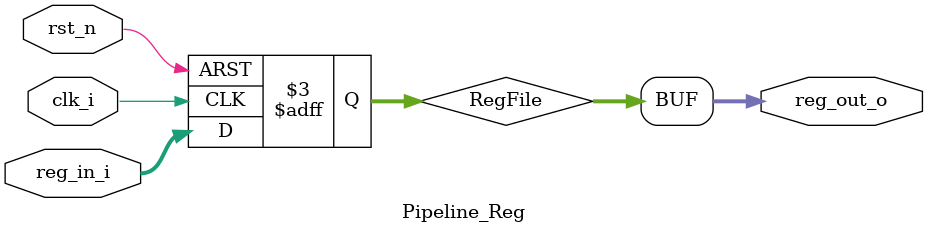
<source format=v>
module Pipeline_Reg( clk_i, rst_n, reg_in_i, reg_out_o );

parameter size = 0;

//I/O ports
input           clk_i;
input	        rst_n;
input  [size-1:0] reg_in_i;
output [size-1:0] reg_out_o;
 
//Internal Signals
reg    signed [size-1:0] RegFile;

assign reg_out_o = RegFile;

always @( negedge rst_n or posedge clk_i )
begin
	if(rst_n == 0)
		RegFile <= 0;
	else
		RegFile <= reg_in_i;

end

endmodule


</source>
